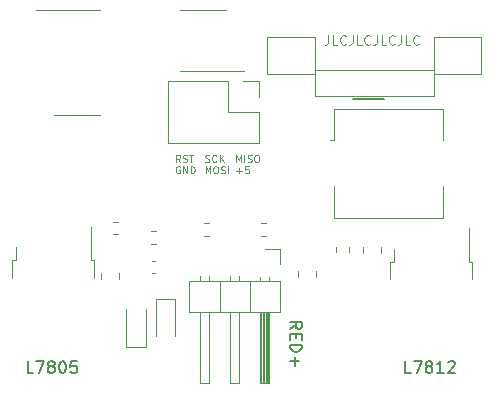
<source format=gbr>
G04 #@! TF.GenerationSoftware,KiCad,Pcbnew,(5.99.0-12157-g5a28a06597)*
G04 #@! TF.CreationDate,2021-09-27T15:07:42-04:00*
G04 #@! TF.ProjectId,megadesk,6d656761-6465-4736-9b2e-6b696361645f,rev?*
G04 #@! TF.SameCoordinates,Original*
G04 #@! TF.FileFunction,Legend,Top*
G04 #@! TF.FilePolarity,Positive*
%FSLAX46Y46*%
G04 Gerber Fmt 4.6, Leading zero omitted, Abs format (unit mm)*
G04 Created by KiCad (PCBNEW (5.99.0-12157-g5a28a06597)) date 2021-09-27 15:07:42*
%MOMM*%
%LPD*%
G01*
G04 APERTURE LIST*
%ADD10C,0.100000*%
%ADD11C,0.150000*%
%ADD12C,0.125000*%
%ADD13C,0.120000*%
G04 APERTURE END LIST*
D10*
X119207857Y-118688428D02*
X119207857Y-118088428D01*
X119407857Y-118517000D01*
X119607857Y-118088428D01*
X119607857Y-118688428D01*
X119893571Y-118688428D02*
X119893571Y-118088428D01*
X120150714Y-118659857D02*
X120236428Y-118688428D01*
X120379285Y-118688428D01*
X120436428Y-118659857D01*
X120465000Y-118631285D01*
X120493571Y-118574142D01*
X120493571Y-118517000D01*
X120465000Y-118459857D01*
X120436428Y-118431285D01*
X120379285Y-118402714D01*
X120265000Y-118374142D01*
X120207857Y-118345571D01*
X120179285Y-118317000D01*
X120150714Y-118259857D01*
X120150714Y-118202714D01*
X120179285Y-118145571D01*
X120207857Y-118117000D01*
X120265000Y-118088428D01*
X120407857Y-118088428D01*
X120493571Y-118117000D01*
X120865000Y-118088428D02*
X120979285Y-118088428D01*
X121036428Y-118117000D01*
X121093571Y-118174142D01*
X121122142Y-118288428D01*
X121122142Y-118488428D01*
X121093571Y-118602714D01*
X121036428Y-118659857D01*
X120979285Y-118688428D01*
X120865000Y-118688428D01*
X120807857Y-118659857D01*
X120750714Y-118602714D01*
X120722142Y-118488428D01*
X120722142Y-118288428D01*
X120750714Y-118174142D01*
X120807857Y-118117000D01*
X120865000Y-118088428D01*
X119207857Y-119425857D02*
X119665000Y-119425857D01*
X119436428Y-119654428D02*
X119436428Y-119197285D01*
X120236428Y-119054428D02*
X119950714Y-119054428D01*
X119922142Y-119340142D01*
X119950714Y-119311571D01*
X120007857Y-119283000D01*
X120150714Y-119283000D01*
X120207857Y-119311571D01*
X120236428Y-119340142D01*
X120265000Y-119397285D01*
X120265000Y-119540142D01*
X120236428Y-119597285D01*
X120207857Y-119625857D01*
X120150714Y-119654428D01*
X120007857Y-119654428D01*
X119950714Y-119625857D01*
X119922142Y-119597285D01*
X116579285Y-118659857D02*
X116665000Y-118688428D01*
X116807857Y-118688428D01*
X116865000Y-118659857D01*
X116893571Y-118631285D01*
X116922142Y-118574142D01*
X116922142Y-118517000D01*
X116893571Y-118459857D01*
X116865000Y-118431285D01*
X116807857Y-118402714D01*
X116693571Y-118374142D01*
X116636428Y-118345571D01*
X116607857Y-118317000D01*
X116579285Y-118259857D01*
X116579285Y-118202714D01*
X116607857Y-118145571D01*
X116636428Y-118117000D01*
X116693571Y-118088428D01*
X116836428Y-118088428D01*
X116922142Y-118117000D01*
X117522142Y-118631285D02*
X117493571Y-118659857D01*
X117407857Y-118688428D01*
X117350714Y-118688428D01*
X117265000Y-118659857D01*
X117207857Y-118602714D01*
X117179285Y-118545571D01*
X117150714Y-118431285D01*
X117150714Y-118345571D01*
X117179285Y-118231285D01*
X117207857Y-118174142D01*
X117265000Y-118117000D01*
X117350714Y-118088428D01*
X117407857Y-118088428D01*
X117493571Y-118117000D01*
X117522142Y-118145571D01*
X117779285Y-118688428D02*
X117779285Y-118088428D01*
X118122142Y-118688428D02*
X117865000Y-118345571D01*
X118122142Y-118088428D02*
X117779285Y-118431285D01*
X116607857Y-119654428D02*
X116607857Y-119054428D01*
X116807857Y-119483000D01*
X117007857Y-119054428D01*
X117007857Y-119654428D01*
X117407857Y-119054428D02*
X117522142Y-119054428D01*
X117579285Y-119083000D01*
X117636428Y-119140142D01*
X117665000Y-119254428D01*
X117665000Y-119454428D01*
X117636428Y-119568714D01*
X117579285Y-119625857D01*
X117522142Y-119654428D01*
X117407857Y-119654428D01*
X117350714Y-119625857D01*
X117293571Y-119568714D01*
X117265000Y-119454428D01*
X117265000Y-119254428D01*
X117293571Y-119140142D01*
X117350714Y-119083000D01*
X117407857Y-119054428D01*
X117893571Y-119625857D02*
X117979285Y-119654428D01*
X118122142Y-119654428D01*
X118179285Y-119625857D01*
X118207857Y-119597285D01*
X118236428Y-119540142D01*
X118236428Y-119483000D01*
X118207857Y-119425857D01*
X118179285Y-119397285D01*
X118122142Y-119368714D01*
X118007857Y-119340142D01*
X117950714Y-119311571D01*
X117922142Y-119283000D01*
X117893571Y-119225857D01*
X117893571Y-119168714D01*
X117922142Y-119111571D01*
X117950714Y-119083000D01*
X118007857Y-119054428D01*
X118150714Y-119054428D01*
X118236428Y-119083000D01*
X118493571Y-119654428D02*
X118493571Y-119054428D01*
X114450714Y-118688428D02*
X114250714Y-118402714D01*
X114107857Y-118688428D02*
X114107857Y-118088428D01*
X114336428Y-118088428D01*
X114393571Y-118117000D01*
X114422142Y-118145571D01*
X114450714Y-118202714D01*
X114450714Y-118288428D01*
X114422142Y-118345571D01*
X114393571Y-118374142D01*
X114336428Y-118402714D01*
X114107857Y-118402714D01*
X114679285Y-118659857D02*
X114765000Y-118688428D01*
X114907857Y-118688428D01*
X114965000Y-118659857D01*
X114993571Y-118631285D01*
X115022142Y-118574142D01*
X115022142Y-118517000D01*
X114993571Y-118459857D01*
X114965000Y-118431285D01*
X114907857Y-118402714D01*
X114793571Y-118374142D01*
X114736428Y-118345571D01*
X114707857Y-118317000D01*
X114679285Y-118259857D01*
X114679285Y-118202714D01*
X114707857Y-118145571D01*
X114736428Y-118117000D01*
X114793571Y-118088428D01*
X114936428Y-118088428D01*
X115022142Y-118117000D01*
X115193571Y-118088428D02*
X115536428Y-118088428D01*
X115365000Y-118688428D02*
X115365000Y-118088428D01*
X114422142Y-119083000D02*
X114365000Y-119054428D01*
X114279285Y-119054428D01*
X114193571Y-119083000D01*
X114136428Y-119140142D01*
X114107857Y-119197285D01*
X114079285Y-119311571D01*
X114079285Y-119397285D01*
X114107857Y-119511571D01*
X114136428Y-119568714D01*
X114193571Y-119625857D01*
X114279285Y-119654428D01*
X114336428Y-119654428D01*
X114422142Y-119625857D01*
X114450714Y-119597285D01*
X114450714Y-119397285D01*
X114336428Y-119397285D01*
X114707857Y-119654428D02*
X114707857Y-119054428D01*
X115050714Y-119654428D01*
X115050714Y-119054428D01*
X115336428Y-119654428D02*
X115336428Y-119054428D01*
X115479285Y-119054428D01*
X115565000Y-119083000D01*
X115622142Y-119140142D01*
X115650714Y-119197285D01*
X115679285Y-119311571D01*
X115679285Y-119397285D01*
X115650714Y-119511571D01*
X115622142Y-119568714D01*
X115565000Y-119625857D01*
X115479285Y-119654428D01*
X115336428Y-119654428D01*
D11*
X123747619Y-132838095D02*
X124223809Y-132504761D01*
X123747619Y-132266666D02*
X124747619Y-132266666D01*
X124747619Y-132647619D01*
X124700000Y-132742857D01*
X124652380Y-132790476D01*
X124557142Y-132838095D01*
X124414285Y-132838095D01*
X124319047Y-132790476D01*
X124271428Y-132742857D01*
X124223809Y-132647619D01*
X124223809Y-132266666D01*
X124271428Y-133266666D02*
X124271428Y-133600000D01*
X123747619Y-133742857D02*
X123747619Y-133266666D01*
X124747619Y-133266666D01*
X124747619Y-133742857D01*
X123747619Y-134171428D02*
X124747619Y-134171428D01*
X124747619Y-134409523D01*
X124700000Y-134552380D01*
X124604761Y-134647619D01*
X124509523Y-134695238D01*
X124319047Y-134742857D01*
X124176190Y-134742857D01*
X123985714Y-134695238D01*
X123890476Y-134647619D01*
X123795238Y-134552380D01*
X123747619Y-134409523D01*
X123747619Y-134171428D01*
X124128571Y-135171428D02*
X124128571Y-135933333D01*
X123747619Y-135552380D02*
X124509523Y-135552380D01*
X129053000Y-113363000D02*
X131720000Y-113363000D01*
D12*
X127004761Y-107961904D02*
X127004761Y-108533333D01*
X126966666Y-108647619D01*
X126890476Y-108723809D01*
X126776190Y-108761904D01*
X126700000Y-108761904D01*
X127766666Y-108761904D02*
X127385714Y-108761904D01*
X127385714Y-107961904D01*
X128490476Y-108685714D02*
X128452380Y-108723809D01*
X128338095Y-108761904D01*
X128261904Y-108761904D01*
X128147619Y-108723809D01*
X128071428Y-108647619D01*
X128033333Y-108571428D01*
X127995238Y-108419047D01*
X127995238Y-108304761D01*
X128033333Y-108152380D01*
X128071428Y-108076190D01*
X128147619Y-108000000D01*
X128261904Y-107961904D01*
X128338095Y-107961904D01*
X128452380Y-108000000D01*
X128490476Y-108038095D01*
X129061904Y-107961904D02*
X129061904Y-108533333D01*
X129023809Y-108647619D01*
X128947619Y-108723809D01*
X128833333Y-108761904D01*
X128757142Y-108761904D01*
X129823809Y-108761904D02*
X129442857Y-108761904D01*
X129442857Y-107961904D01*
X130547619Y-108685714D02*
X130509523Y-108723809D01*
X130395238Y-108761904D01*
X130319047Y-108761904D01*
X130204761Y-108723809D01*
X130128571Y-108647619D01*
X130090476Y-108571428D01*
X130052380Y-108419047D01*
X130052380Y-108304761D01*
X130090476Y-108152380D01*
X130128571Y-108076190D01*
X130204761Y-108000000D01*
X130319047Y-107961904D01*
X130395238Y-107961904D01*
X130509523Y-108000000D01*
X130547619Y-108038095D01*
X131119047Y-107961904D02*
X131119047Y-108533333D01*
X131080952Y-108647619D01*
X131004761Y-108723809D01*
X130890476Y-108761904D01*
X130814285Y-108761904D01*
X131880952Y-108761904D02*
X131500000Y-108761904D01*
X131500000Y-107961904D01*
X132604761Y-108685714D02*
X132566666Y-108723809D01*
X132452380Y-108761904D01*
X132376190Y-108761904D01*
X132261904Y-108723809D01*
X132185714Y-108647619D01*
X132147619Y-108571428D01*
X132109523Y-108419047D01*
X132109523Y-108304761D01*
X132147619Y-108152380D01*
X132185714Y-108076190D01*
X132261904Y-108000000D01*
X132376190Y-107961904D01*
X132452380Y-107961904D01*
X132566666Y-108000000D01*
X132604761Y-108038095D01*
X133176190Y-107961904D02*
X133176190Y-108533333D01*
X133138095Y-108647619D01*
X133061904Y-108723809D01*
X132947619Y-108761904D01*
X132871428Y-108761904D01*
X133938095Y-108761904D02*
X133557142Y-108761904D01*
X133557142Y-107961904D01*
X134661904Y-108685714D02*
X134623809Y-108723809D01*
X134509523Y-108761904D01*
X134433333Y-108761904D01*
X134319047Y-108723809D01*
X134242857Y-108647619D01*
X134204761Y-108571428D01*
X134166666Y-108419047D01*
X134166666Y-108304761D01*
X134204761Y-108152380D01*
X134242857Y-108076190D01*
X134319047Y-108000000D01*
X134433333Y-107961904D01*
X134509523Y-107961904D01*
X134623809Y-108000000D01*
X134661904Y-108038095D01*
D11*
X133999761Y-136552380D02*
X133523571Y-136552380D01*
X133523571Y-135552380D01*
X134237857Y-135552380D02*
X134904523Y-135552380D01*
X134475952Y-136552380D01*
X135428333Y-135980952D02*
X135333095Y-135933333D01*
X135285476Y-135885714D01*
X135237857Y-135790476D01*
X135237857Y-135742857D01*
X135285476Y-135647619D01*
X135333095Y-135600000D01*
X135428333Y-135552380D01*
X135618809Y-135552380D01*
X135714047Y-135600000D01*
X135761666Y-135647619D01*
X135809285Y-135742857D01*
X135809285Y-135790476D01*
X135761666Y-135885714D01*
X135714047Y-135933333D01*
X135618809Y-135980952D01*
X135428333Y-135980952D01*
X135333095Y-136028571D01*
X135285476Y-136076190D01*
X135237857Y-136171428D01*
X135237857Y-136361904D01*
X135285476Y-136457142D01*
X135333095Y-136504761D01*
X135428333Y-136552380D01*
X135618809Y-136552380D01*
X135714047Y-136504761D01*
X135761666Y-136457142D01*
X135809285Y-136361904D01*
X135809285Y-136171428D01*
X135761666Y-136076190D01*
X135714047Y-136028571D01*
X135618809Y-135980952D01*
X136761666Y-136552380D02*
X136190238Y-136552380D01*
X136475952Y-136552380D02*
X136475952Y-135552380D01*
X136380714Y-135695238D01*
X136285476Y-135790476D01*
X136190238Y-135838095D01*
X137142619Y-135647619D02*
X137190238Y-135600000D01*
X137285476Y-135552380D01*
X137523571Y-135552380D01*
X137618809Y-135600000D01*
X137666428Y-135647619D01*
X137714047Y-135742857D01*
X137714047Y-135838095D01*
X137666428Y-135980952D01*
X137095000Y-136552380D01*
X137714047Y-136552380D01*
X102004761Y-136552380D02*
X101528571Y-136552380D01*
X101528571Y-135552380D01*
X102242857Y-135552380D02*
X102909523Y-135552380D01*
X102480952Y-136552380D01*
X103433333Y-135980952D02*
X103338095Y-135933333D01*
X103290476Y-135885714D01*
X103242857Y-135790476D01*
X103242857Y-135742857D01*
X103290476Y-135647619D01*
X103338095Y-135600000D01*
X103433333Y-135552380D01*
X103623809Y-135552380D01*
X103719047Y-135600000D01*
X103766666Y-135647619D01*
X103814285Y-135742857D01*
X103814285Y-135790476D01*
X103766666Y-135885714D01*
X103719047Y-135933333D01*
X103623809Y-135980952D01*
X103433333Y-135980952D01*
X103338095Y-136028571D01*
X103290476Y-136076190D01*
X103242857Y-136171428D01*
X103242857Y-136361904D01*
X103290476Y-136457142D01*
X103338095Y-136504761D01*
X103433333Y-136552380D01*
X103623809Y-136552380D01*
X103719047Y-136504761D01*
X103766666Y-136457142D01*
X103814285Y-136361904D01*
X103814285Y-136171428D01*
X103766666Y-136076190D01*
X103719047Y-136028571D01*
X103623809Y-135980952D01*
X104433333Y-135552380D02*
X104528571Y-135552380D01*
X104623809Y-135600000D01*
X104671428Y-135647619D01*
X104719047Y-135742857D01*
X104766666Y-135933333D01*
X104766666Y-136171428D01*
X104719047Y-136361904D01*
X104671428Y-136457142D01*
X104623809Y-136504761D01*
X104528571Y-136552380D01*
X104433333Y-136552380D01*
X104338095Y-136504761D01*
X104290476Y-136457142D01*
X104242857Y-136361904D01*
X104195238Y-136171428D01*
X104195238Y-135933333D01*
X104242857Y-135742857D01*
X104290476Y-135647619D01*
X104338095Y-135600000D01*
X104433333Y-135552380D01*
X105671428Y-135552380D02*
X105195238Y-135552380D01*
X105147619Y-136028571D01*
X105195238Y-135980952D01*
X105290476Y-135933333D01*
X105528571Y-135933333D01*
X105623809Y-135980952D01*
X105671428Y-136028571D01*
X105719047Y-136123809D01*
X105719047Y-136361904D01*
X105671428Y-136457142D01*
X105623809Y-136504761D01*
X105528571Y-136552380D01*
X105290476Y-136552380D01*
X105195238Y-136504761D01*
X105147619Y-136457142D01*
D13*
X125900000Y-110870000D02*
X125900000Y-108070000D01*
X121840000Y-108070000D02*
X121840000Y-111230000D01*
X139960000Y-108070000D02*
X139960000Y-111230000D01*
X135900000Y-110870000D02*
X135900000Y-108070000D01*
X125900000Y-108070000D02*
X121840000Y-108070000D01*
X135900000Y-113130000D02*
X125900000Y-113130000D01*
X139960000Y-111230000D02*
X135900000Y-111230000D01*
X121840000Y-111230000D02*
X125900000Y-111230000D01*
X135900000Y-110340000D02*
X135900000Y-113130000D01*
X135900000Y-110870000D02*
X125900000Y-110870000D01*
X125900000Y-110340000D02*
X125900000Y-113130000D01*
X135900000Y-108070000D02*
X139960000Y-108070000D01*
X119440000Y-131400000D02*
X119440000Y-137400000D01*
X115190000Y-128740000D02*
X115190000Y-131400000D01*
X118680000Y-128342929D02*
X118680000Y-128740000D01*
X117790000Y-128740000D02*
X117790000Y-131400000D01*
X121920000Y-131400000D02*
X121920000Y-137400000D01*
X118680000Y-137400000D02*
X118680000Y-131400000D01*
X121600000Y-126030000D02*
X122870000Y-126030000D01*
X122930000Y-131400000D02*
X122930000Y-128740000D01*
X121980000Y-128410000D02*
X121980000Y-128740000D01*
X120330000Y-128740000D02*
X120330000Y-131400000D01*
X121680000Y-131400000D02*
X121680000Y-137400000D01*
X119440000Y-137400000D02*
X118680000Y-137400000D01*
X116900000Y-131400000D02*
X116900000Y-137400000D01*
X116140000Y-137400000D02*
X116140000Y-131400000D01*
X116140000Y-128342929D02*
X116140000Y-128740000D01*
X121320000Y-131400000D02*
X121320000Y-137400000D01*
X121560000Y-131400000D02*
X121560000Y-137400000D01*
X119440000Y-128342929D02*
X119440000Y-128740000D01*
X121980000Y-137400000D02*
X121220000Y-137400000D01*
X121220000Y-128410000D02*
X121220000Y-128740000D01*
X121980000Y-131400000D02*
X121980000Y-137400000D01*
X122870000Y-126030000D02*
X122870000Y-127300000D01*
X121800000Y-131400000D02*
X121800000Y-137400000D01*
X121220000Y-137400000D02*
X121220000Y-131400000D01*
X115190000Y-131400000D02*
X122930000Y-131400000D01*
X121440000Y-131400000D02*
X121440000Y-137400000D01*
X116900000Y-128342929D02*
X116900000Y-128740000D01*
X122930000Y-128740000D02*
X115190000Y-128740000D01*
X116900000Y-137400000D02*
X116140000Y-137400000D01*
X111550000Y-134382000D02*
X111550000Y-131100000D01*
X109850000Y-134382000D02*
X111550000Y-134382000D01*
X109850000Y-134382000D02*
X109850000Y-131100000D01*
X139150000Y-127130000D02*
X138880000Y-127130000D01*
X139150000Y-128630000D02*
X139150000Y-127130000D01*
X132250000Y-128630000D02*
X132250000Y-127130000D01*
X132250000Y-127130000D02*
X132520000Y-127130000D01*
X132520000Y-127130000D02*
X132520000Y-126030000D01*
X138880000Y-127130000D02*
X138880000Y-124300000D01*
X112340580Y-128110000D02*
X112059420Y-128110000D01*
X112340580Y-127090000D02*
X112059420Y-127090000D01*
X127677500Y-125862742D02*
X127677500Y-126337258D01*
X128722500Y-125862742D02*
X128722500Y-126337258D01*
X116908258Y-124934500D02*
X116433742Y-124934500D01*
X116908258Y-123889500D02*
X116433742Y-123889500D01*
X112437258Y-125622500D02*
X111962742Y-125622500D01*
X112437258Y-124577500D02*
X111962742Y-124577500D01*
X136710000Y-120760000D02*
X136710000Y-123410000D01*
X136710000Y-114190000D02*
X136710000Y-116840000D01*
X127490000Y-123410000D02*
X127490000Y-120760000D01*
X127490000Y-116840000D02*
X127490000Y-114190000D01*
X136710000Y-123410000D02*
X127490000Y-123410000D01*
X127490000Y-114190000D02*
X136710000Y-114190000D01*
X127490000Y-116840000D02*
X127160000Y-116840000D01*
X131435000Y-125888748D02*
X131435000Y-126411252D01*
X129965000Y-125888748D02*
X129965000Y-126411252D01*
X112374500Y-130318000D02*
X112374500Y-133468000D01*
X114050000Y-130318000D02*
X114050000Y-133468000D01*
X114050000Y-130318000D02*
X112374500Y-130318000D01*
X100520000Y-127030000D02*
X100520000Y-125930000D01*
X100250000Y-127030000D02*
X100520000Y-127030000D01*
X107150000Y-128530000D02*
X107150000Y-127030000D01*
X100250000Y-128530000D02*
X100250000Y-127030000D01*
X106880000Y-127030000D02*
X106880000Y-124200000D01*
X107150000Y-127030000D02*
X106880000Y-127030000D01*
X116400000Y-105840000D02*
X118350000Y-105840000D01*
X116400000Y-110960000D02*
X114450000Y-110960000D01*
X116400000Y-110960000D02*
X119850000Y-110960000D01*
X116400000Y-105840000D02*
X114450000Y-105840000D01*
X121130000Y-114470000D02*
X121130000Y-117070000D01*
X119800000Y-111870000D02*
X121130000Y-111870000D01*
X113390000Y-111870000D02*
X113390000Y-117070000D01*
X118530000Y-114470000D02*
X121130000Y-114470000D01*
X118530000Y-111870000D02*
X118530000Y-114470000D01*
X121130000Y-117070000D02*
X113390000Y-117070000D01*
X118530000Y-111870000D02*
X113390000Y-111870000D01*
X121130000Y-111870000D02*
X121130000Y-113200000D01*
X105700000Y-105865000D02*
X102250000Y-105865000D01*
X105700000Y-114735000D02*
X103750000Y-114735000D01*
X105700000Y-105865000D02*
X107650000Y-105865000D01*
X105700000Y-114735000D02*
X107650000Y-114735000D01*
X107765000Y-128088748D02*
X107765000Y-128611252D01*
X109235000Y-128088748D02*
X109235000Y-128611252D01*
X108737742Y-123777500D02*
X109212258Y-123777500D01*
X108737742Y-124822500D02*
X109212258Y-124822500D01*
X125935000Y-127938748D02*
X125935000Y-128461252D01*
X124465000Y-127938748D02*
X124465000Y-128461252D01*
X121737258Y-123889500D02*
X121262742Y-123889500D01*
X121737258Y-124934500D02*
X121262742Y-124934500D01*
M02*

</source>
